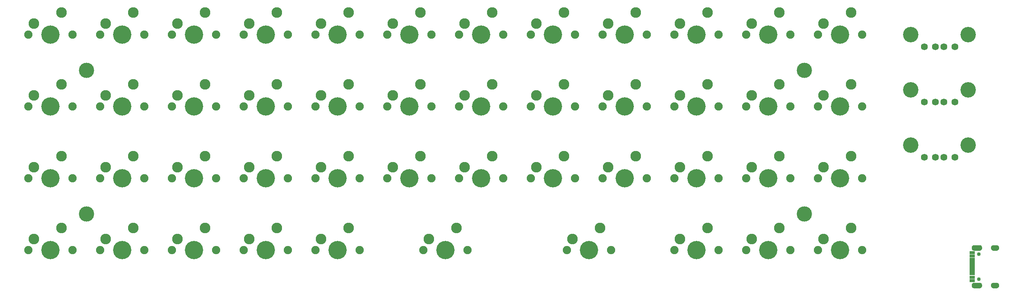
<source format=gts>
G75*
%MOIN*%
%OFA0B0*%
%FSLAX25Y25*%
%IPPOS*%
%LPD*%
%AMOC8*
5,1,8,0,0,1.08239X$1,22.5*
%
%ADD10C,0.16548*%
%ADD11C,0.07493*%
%ADD12C,0.09658*%
%ADD13C,0.13973*%
%ADD14C,0.06233*%
%ADD15R,0.04800X0.01981*%
%ADD16R,0.04800X0.03162*%
%ADD17R,0.04800X0.02965*%
%ADD18C,0.03359*%
%ADD19C,0.00039*%
%ADD20C,0.13800*%
D10*
X0036500Y0036500D03*
X0101500Y0036500D03*
X0166500Y0036500D03*
X0231500Y0036500D03*
X0296500Y0036500D03*
X0394000Y0036500D03*
X0524000Y0036500D03*
X0621500Y0036500D03*
X0686500Y0036500D03*
X0751500Y0036500D03*
X0751500Y0101500D03*
X0686500Y0101500D03*
X0621500Y0101500D03*
X0556500Y0101500D03*
X0491500Y0101500D03*
X0426500Y0101500D03*
X0361500Y0101500D03*
X0296500Y0101500D03*
X0231500Y0101500D03*
X0166500Y0101500D03*
X0101500Y0101500D03*
X0036500Y0101500D03*
X0036500Y0166500D03*
X0101500Y0166500D03*
X0166500Y0166500D03*
X0231500Y0166500D03*
X0296500Y0166500D03*
X0361500Y0166500D03*
X0426500Y0166500D03*
X0491500Y0166500D03*
X0556500Y0166500D03*
X0621500Y0166500D03*
X0686500Y0166500D03*
X0751500Y0166500D03*
X0751500Y0231500D03*
X0686500Y0231500D03*
X0621500Y0231500D03*
X0556500Y0231500D03*
X0491500Y0231500D03*
X0426500Y0231500D03*
X0361500Y0231500D03*
X0296500Y0231500D03*
X0231500Y0231500D03*
X0166500Y0231500D03*
X0101500Y0231500D03*
X0036500Y0231500D03*
D11*
X0016500Y0036500D03*
X0056500Y0036500D03*
X0081500Y0036500D03*
X0121500Y0036500D03*
X0146500Y0036500D03*
X0186500Y0036500D03*
X0211500Y0036500D03*
X0251500Y0036500D03*
X0276500Y0036500D03*
X0316500Y0036500D03*
X0374000Y0036500D03*
X0414000Y0036500D03*
X0504000Y0036500D03*
X0544000Y0036500D03*
X0601500Y0036500D03*
X0641500Y0036500D03*
X0666500Y0036500D03*
X0706500Y0036500D03*
X0731500Y0036500D03*
X0771500Y0036500D03*
X0771500Y0101500D03*
X0731500Y0101500D03*
X0706500Y0101500D03*
X0666500Y0101500D03*
X0641500Y0101500D03*
X0601500Y0101500D03*
X0576500Y0101500D03*
X0536500Y0101500D03*
X0511500Y0101500D03*
X0471500Y0101500D03*
X0446500Y0101500D03*
X0406500Y0101500D03*
X0381500Y0101500D03*
X0341500Y0101500D03*
X0316500Y0101500D03*
X0276500Y0101500D03*
X0251500Y0101500D03*
X0211500Y0101500D03*
X0186500Y0101500D03*
X0146500Y0101500D03*
X0121500Y0101500D03*
X0081500Y0101500D03*
X0056500Y0101500D03*
X0016500Y0101500D03*
X0016500Y0166500D03*
X0056500Y0166500D03*
X0081500Y0166500D03*
X0121500Y0166500D03*
X0146500Y0166500D03*
X0186500Y0166500D03*
X0211500Y0166500D03*
X0251500Y0166500D03*
X0276500Y0166500D03*
X0316500Y0166500D03*
X0341500Y0166500D03*
X0381500Y0166500D03*
X0406500Y0166500D03*
X0446500Y0166500D03*
X0471500Y0166500D03*
X0511500Y0166500D03*
X0536500Y0166500D03*
X0576500Y0166500D03*
X0601500Y0166500D03*
X0641500Y0166500D03*
X0666500Y0166500D03*
X0706500Y0166500D03*
X0731500Y0166500D03*
X0771500Y0166500D03*
X0771500Y0231500D03*
X0731500Y0231500D03*
X0706500Y0231500D03*
X0666500Y0231500D03*
X0641500Y0231500D03*
X0601500Y0231500D03*
X0576500Y0231500D03*
X0536500Y0231500D03*
X0511500Y0231500D03*
X0471500Y0231500D03*
X0446500Y0231500D03*
X0406500Y0231500D03*
X0381500Y0231500D03*
X0341500Y0231500D03*
X0316500Y0231500D03*
X0276500Y0231500D03*
X0251500Y0231500D03*
X0211500Y0231500D03*
X0186500Y0231500D03*
X0146500Y0231500D03*
X0121500Y0231500D03*
X0081500Y0231500D03*
X0056500Y0231500D03*
X0016500Y0231500D03*
D12*
X0021500Y0241500D03*
X0046500Y0251500D03*
X0086500Y0241500D03*
X0111500Y0251500D03*
X0151500Y0241500D03*
X0176500Y0251500D03*
X0216500Y0241500D03*
X0241500Y0251500D03*
X0281500Y0241500D03*
X0306500Y0251500D03*
X0346500Y0241500D03*
X0371500Y0251500D03*
X0411500Y0241500D03*
X0436500Y0251500D03*
X0476500Y0241500D03*
X0501500Y0251500D03*
X0541500Y0241500D03*
X0566500Y0251500D03*
X0606500Y0241500D03*
X0631500Y0251500D03*
X0671500Y0241500D03*
X0696500Y0251500D03*
X0736500Y0241500D03*
X0761500Y0251500D03*
X0761500Y0186500D03*
X0736500Y0176500D03*
X0696500Y0186500D03*
X0671500Y0176500D03*
X0631500Y0186500D03*
X0606500Y0176500D03*
X0566500Y0186500D03*
X0541500Y0176500D03*
X0501500Y0186500D03*
X0476500Y0176500D03*
X0436500Y0186500D03*
X0411500Y0176500D03*
X0371500Y0186500D03*
X0346500Y0176500D03*
X0306500Y0186500D03*
X0281500Y0176500D03*
X0241500Y0186500D03*
X0216500Y0176500D03*
X0176500Y0186500D03*
X0151500Y0176500D03*
X0111500Y0186500D03*
X0086500Y0176500D03*
X0046500Y0186500D03*
X0021500Y0176500D03*
X0046500Y0121500D03*
X0021500Y0111500D03*
X0086500Y0111500D03*
X0111500Y0121500D03*
X0151500Y0111500D03*
X0176500Y0121500D03*
X0216500Y0111500D03*
X0241500Y0121500D03*
X0281500Y0111500D03*
X0306500Y0121500D03*
X0346500Y0111500D03*
X0371500Y0121500D03*
X0411500Y0111500D03*
X0436500Y0121500D03*
X0476500Y0111500D03*
X0501500Y0121500D03*
X0541500Y0111500D03*
X0566500Y0121500D03*
X0606500Y0111500D03*
X0631500Y0121500D03*
X0671500Y0111500D03*
X0696500Y0121500D03*
X0736500Y0111500D03*
X0761500Y0121500D03*
X0761500Y0056500D03*
X0736500Y0046500D03*
X0696500Y0056500D03*
X0671500Y0046500D03*
X0631500Y0056500D03*
X0606500Y0046500D03*
X0534000Y0056500D03*
X0509000Y0046500D03*
X0404000Y0056500D03*
X0379000Y0046500D03*
X0306500Y0056500D03*
X0281500Y0046500D03*
X0241500Y0056500D03*
X0216500Y0046500D03*
X0176500Y0056500D03*
X0151500Y0046500D03*
X0111500Y0056500D03*
X0086500Y0046500D03*
X0046500Y0056500D03*
X0021500Y0046500D03*
D13*
X0815516Y0131500D03*
X0867484Y0131500D03*
X0867484Y0181500D03*
X0815516Y0181500D03*
X0815516Y0231500D03*
X0867484Y0231500D03*
D14*
X0855280Y0220476D03*
X0845437Y0220476D03*
X0837563Y0220476D03*
X0827720Y0220476D03*
X0827720Y0170476D03*
X0837563Y0170476D03*
X0845437Y0170476D03*
X0855280Y0170476D03*
X0855280Y0120476D03*
X0845437Y0120476D03*
X0837563Y0120476D03*
X0827720Y0120476D03*
D15*
X0870894Y0028390D03*
X0870894Y0026421D03*
X0870894Y0024453D03*
X0870894Y0022484D03*
X0870894Y0020516D03*
X0870894Y0018547D03*
X0870894Y0016579D03*
X0870894Y0014610D03*
D16*
X0870894Y0008803D03*
X0870894Y0034197D03*
D17*
X0870894Y0031146D03*
X0870894Y0011854D03*
D18*
X0877189Y0010122D03*
X0877189Y0032878D03*
D19*
X0877484Y0036146D02*
X0872760Y0036146D01*
X0872318Y0036207D01*
X0871897Y0036353D01*
X0871512Y0036578D01*
X0871178Y0036874D01*
X0870909Y0037230D01*
X0870714Y0037631D01*
X0870601Y0038063D01*
X0870575Y0038508D01*
X0870601Y0038953D01*
X0870714Y0039385D01*
X0870909Y0039786D01*
X0871178Y0040142D01*
X0871512Y0040438D01*
X0871897Y0040663D01*
X0872318Y0040809D01*
X0872760Y0040870D01*
X0877484Y0040870D01*
X0877983Y0040789D01*
X0878451Y0040600D01*
X0878866Y0040311D01*
X0879206Y0039937D01*
X0879454Y0039497D01*
X0879598Y0039012D01*
X0879630Y0038508D01*
X0879598Y0038004D01*
X0879454Y0037519D01*
X0879206Y0037079D01*
X0878866Y0036705D01*
X0878451Y0036416D01*
X0877983Y0036226D01*
X0877484Y0036146D01*
X0877582Y0036161D02*
X0872645Y0036161D01*
X0872371Y0036199D02*
X0877817Y0036199D01*
X0878010Y0036237D02*
X0872230Y0036237D01*
X0872120Y0036275D02*
X0878104Y0036275D01*
X0878197Y0036313D02*
X0872011Y0036313D01*
X0871902Y0036351D02*
X0878291Y0036351D01*
X0878385Y0036389D02*
X0871835Y0036389D01*
X0871770Y0036427D02*
X0878467Y0036427D01*
X0878521Y0036465D02*
X0871705Y0036465D01*
X0871641Y0036502D02*
X0878576Y0036502D01*
X0878630Y0036540D02*
X0871576Y0036540D01*
X0871511Y0036578D02*
X0878684Y0036578D01*
X0878739Y0036616D02*
X0871469Y0036616D01*
X0871426Y0036654D02*
X0878793Y0036654D01*
X0878847Y0036692D02*
X0871384Y0036692D01*
X0871341Y0036730D02*
X0878888Y0036730D01*
X0878923Y0036768D02*
X0871298Y0036768D01*
X0871256Y0036805D02*
X0878957Y0036805D01*
X0878992Y0036843D02*
X0871213Y0036843D01*
X0871173Y0036881D02*
X0879026Y0036881D01*
X0879060Y0036919D02*
X0871144Y0036919D01*
X0871115Y0036957D02*
X0879095Y0036957D01*
X0879129Y0036995D02*
X0871087Y0036995D01*
X0871058Y0037033D02*
X0879164Y0037033D01*
X0879198Y0037071D02*
X0871029Y0037071D01*
X0871001Y0037109D02*
X0879222Y0037109D01*
X0879244Y0037146D02*
X0870972Y0037146D01*
X0870943Y0037184D02*
X0879265Y0037184D01*
X0879286Y0037222D02*
X0870915Y0037222D01*
X0870894Y0037260D02*
X0879308Y0037260D01*
X0879329Y0037298D02*
X0870876Y0037298D01*
X0870857Y0037336D02*
X0879350Y0037336D01*
X0879372Y0037374D02*
X0870839Y0037374D01*
X0870821Y0037412D02*
X0879393Y0037412D01*
X0879414Y0037449D02*
X0870802Y0037449D01*
X0870784Y0037487D02*
X0879436Y0037487D01*
X0879455Y0037525D02*
X0870765Y0037525D01*
X0870747Y0037563D02*
X0879467Y0037563D01*
X0879478Y0037601D02*
X0870729Y0037601D01*
X0870712Y0037639D02*
X0879489Y0037639D01*
X0879500Y0037677D02*
X0870702Y0037677D01*
X0870692Y0037715D02*
X0879512Y0037715D01*
X0879523Y0037752D02*
X0870682Y0037752D01*
X0870672Y0037790D02*
X0879534Y0037790D01*
X0879545Y0037828D02*
X0870662Y0037828D01*
X0870653Y0037866D02*
X0879557Y0037866D01*
X0879568Y0037904D02*
X0870643Y0037904D01*
X0870633Y0037942D02*
X0879579Y0037942D01*
X0879590Y0037980D02*
X0870623Y0037980D01*
X0870613Y0038018D02*
X0879598Y0038018D01*
X0879601Y0038056D02*
X0870603Y0038056D01*
X0870599Y0038093D02*
X0879603Y0038093D01*
X0879606Y0038131D02*
X0870597Y0038131D01*
X0870595Y0038169D02*
X0879608Y0038169D01*
X0879611Y0038207D02*
X0870593Y0038207D01*
X0870590Y0038245D02*
X0879613Y0038245D01*
X0879615Y0038283D02*
X0870588Y0038283D01*
X0870586Y0038321D02*
X0879618Y0038321D01*
X0879620Y0038359D02*
X0870584Y0038359D01*
X0870581Y0038396D02*
X0879623Y0038396D01*
X0879625Y0038434D02*
X0870579Y0038434D01*
X0870577Y0038472D02*
X0879628Y0038472D01*
X0879630Y0038510D02*
X0870575Y0038510D01*
X0870577Y0038548D02*
X0879627Y0038548D01*
X0879625Y0038586D02*
X0870579Y0038586D01*
X0870582Y0038624D02*
X0879622Y0038624D01*
X0879620Y0038662D02*
X0870584Y0038662D01*
X0870586Y0038700D02*
X0879618Y0038700D01*
X0879615Y0038737D02*
X0870588Y0038737D01*
X0870591Y0038775D02*
X0879613Y0038775D01*
X0879610Y0038813D02*
X0870593Y0038813D01*
X0870595Y0038851D02*
X0879608Y0038851D01*
X0879605Y0038889D02*
X0870597Y0038889D01*
X0870600Y0038927D02*
X0879603Y0038927D01*
X0879601Y0038965D02*
X0870604Y0038965D01*
X0870614Y0039003D02*
X0879598Y0039003D01*
X0879589Y0039040D02*
X0870624Y0039040D01*
X0870634Y0039078D02*
X0879578Y0039078D01*
X0879567Y0039116D02*
X0870644Y0039116D01*
X0870654Y0039154D02*
X0879555Y0039154D01*
X0879544Y0039192D02*
X0870664Y0039192D01*
X0870674Y0039230D02*
X0879533Y0039230D01*
X0879522Y0039268D02*
X0870683Y0039268D01*
X0870693Y0039306D02*
X0879510Y0039306D01*
X0879499Y0039344D02*
X0870703Y0039344D01*
X0870713Y0039381D02*
X0879488Y0039381D01*
X0879477Y0039419D02*
X0870731Y0039419D01*
X0870749Y0039457D02*
X0879465Y0039457D01*
X0879454Y0039495D02*
X0870768Y0039495D01*
X0870786Y0039533D02*
X0879433Y0039533D01*
X0879412Y0039571D02*
X0870804Y0039571D01*
X0870823Y0039609D02*
X0879391Y0039609D01*
X0879369Y0039647D02*
X0870841Y0039647D01*
X0870859Y0039684D02*
X0879348Y0039684D01*
X0879326Y0039722D02*
X0870878Y0039722D01*
X0870896Y0039760D02*
X0879305Y0039760D01*
X0879284Y0039798D02*
X0870918Y0039798D01*
X0870947Y0039836D02*
X0879262Y0039836D01*
X0879241Y0039874D02*
X0870975Y0039874D01*
X0871004Y0039912D02*
X0879220Y0039912D01*
X0879194Y0039950D02*
X0871033Y0039950D01*
X0871061Y0039988D02*
X0879160Y0039988D01*
X0879125Y0040025D02*
X0871090Y0040025D01*
X0871119Y0040063D02*
X0879091Y0040063D01*
X0879056Y0040101D02*
X0871148Y0040101D01*
X0871176Y0040139D02*
X0879022Y0040139D01*
X0878988Y0040177D02*
X0871218Y0040177D01*
X0871261Y0040215D02*
X0878953Y0040215D01*
X0878919Y0040253D02*
X0871303Y0040253D01*
X0871346Y0040291D02*
X0878884Y0040291D01*
X0878841Y0040328D02*
X0871389Y0040328D01*
X0871431Y0040366D02*
X0878786Y0040366D01*
X0878732Y0040404D02*
X0871474Y0040404D01*
X0871519Y0040442D02*
X0878678Y0040442D01*
X0878623Y0040480D02*
X0871584Y0040480D01*
X0871648Y0040518D02*
X0878569Y0040518D01*
X0878515Y0040556D02*
X0871713Y0040556D01*
X0871778Y0040594D02*
X0878460Y0040594D01*
X0878373Y0040631D02*
X0871842Y0040631D01*
X0871915Y0040669D02*
X0878280Y0040669D01*
X0878186Y0040707D02*
X0872024Y0040707D01*
X0872133Y0040745D02*
X0878093Y0040745D01*
X0877999Y0040783D02*
X0872243Y0040783D01*
X0872403Y0040821D02*
X0877789Y0040821D01*
X0877554Y0040859D02*
X0872678Y0040859D01*
X0888063Y0038970D02*
X0888200Y0039415D01*
X0888421Y0039824D01*
X0888717Y0040182D01*
X0889078Y0040476D01*
X0889489Y0040693D01*
X0889935Y0040826D01*
X0890398Y0040870D01*
X0892760Y0040870D01*
X0893219Y0040823D01*
X0893659Y0040687D01*
X0894065Y0040468D01*
X0894420Y0040174D01*
X0894711Y0039816D01*
X0894927Y0039409D01*
X0895059Y0038967D01*
X0895102Y0038508D01*
X0895046Y0037984D01*
X0894874Y0037486D01*
X0894595Y0037039D01*
X0894224Y0036665D01*
X0893780Y0036383D01*
X0893283Y0036207D01*
X0892760Y0036146D01*
X0890398Y0036146D01*
X0889870Y0036203D01*
X0889367Y0036376D01*
X0888917Y0036657D01*
X0888539Y0037031D01*
X0888255Y0037480D01*
X0888077Y0037980D01*
X0888016Y0038508D01*
X0888063Y0038970D01*
X0888063Y0038965D02*
X0895059Y0038965D01*
X0895063Y0038927D02*
X0888059Y0038927D01*
X0888055Y0038889D02*
X0895066Y0038889D01*
X0895070Y0038851D02*
X0888051Y0038851D01*
X0888047Y0038813D02*
X0895074Y0038813D01*
X0895077Y0038775D02*
X0888043Y0038775D01*
X0888039Y0038737D02*
X0895081Y0038737D01*
X0895084Y0038700D02*
X0888035Y0038700D01*
X0888032Y0038662D02*
X0895088Y0038662D01*
X0895091Y0038624D02*
X0888028Y0038624D01*
X0888024Y0038586D02*
X0895095Y0038586D01*
X0895099Y0038548D02*
X0888020Y0038548D01*
X0888016Y0038510D02*
X0895102Y0038510D01*
X0895098Y0038472D02*
X0888020Y0038472D01*
X0888024Y0038434D02*
X0895094Y0038434D01*
X0895090Y0038396D02*
X0888029Y0038396D01*
X0888033Y0038359D02*
X0895086Y0038359D01*
X0895082Y0038321D02*
X0888038Y0038321D01*
X0888042Y0038283D02*
X0895078Y0038283D01*
X0895074Y0038245D02*
X0888046Y0038245D01*
X0888051Y0038207D02*
X0895070Y0038207D01*
X0895066Y0038169D02*
X0888055Y0038169D01*
X0888060Y0038131D02*
X0895062Y0038131D01*
X0895057Y0038093D02*
X0888064Y0038093D01*
X0888069Y0038056D02*
X0895053Y0038056D01*
X0895049Y0038018D02*
X0888073Y0038018D01*
X0888078Y0037980D02*
X0895044Y0037980D01*
X0895031Y0037942D02*
X0888091Y0037942D01*
X0888104Y0037904D02*
X0895018Y0037904D01*
X0895005Y0037866D02*
X0888118Y0037866D01*
X0888131Y0037828D02*
X0894992Y0037828D01*
X0894979Y0037790D02*
X0888145Y0037790D01*
X0888158Y0037752D02*
X0894966Y0037752D01*
X0894953Y0037715D02*
X0888172Y0037715D01*
X0888185Y0037677D02*
X0894939Y0037677D01*
X0894926Y0037639D02*
X0888198Y0037639D01*
X0888212Y0037601D02*
X0894913Y0037601D01*
X0894900Y0037563D02*
X0888225Y0037563D01*
X0888239Y0037525D02*
X0894887Y0037525D01*
X0894874Y0037487D02*
X0888252Y0037487D01*
X0888274Y0037449D02*
X0894851Y0037449D01*
X0894827Y0037412D02*
X0888298Y0037412D01*
X0888322Y0037374D02*
X0894804Y0037374D01*
X0894780Y0037336D02*
X0888346Y0037336D01*
X0888370Y0037298D02*
X0894756Y0037298D01*
X0894733Y0037260D02*
X0888394Y0037260D01*
X0888418Y0037222D02*
X0894709Y0037222D01*
X0894686Y0037184D02*
X0888442Y0037184D01*
X0888466Y0037146D02*
X0894662Y0037146D01*
X0894639Y0037109D02*
X0888490Y0037109D01*
X0888514Y0037071D02*
X0894615Y0037071D01*
X0894589Y0037033D02*
X0888538Y0037033D01*
X0888576Y0036995D02*
X0894551Y0036995D01*
X0894514Y0036957D02*
X0888614Y0036957D01*
X0888652Y0036919D02*
X0894476Y0036919D01*
X0894439Y0036881D02*
X0888691Y0036881D01*
X0888729Y0036843D02*
X0894401Y0036843D01*
X0894364Y0036805D02*
X0888767Y0036805D01*
X0888805Y0036768D02*
X0894326Y0036768D01*
X0894289Y0036730D02*
X0888843Y0036730D01*
X0888881Y0036692D02*
X0894251Y0036692D01*
X0894207Y0036654D02*
X0888922Y0036654D01*
X0888982Y0036616D02*
X0894147Y0036616D01*
X0894087Y0036578D02*
X0889043Y0036578D01*
X0889104Y0036540D02*
X0894028Y0036540D01*
X0893968Y0036502D02*
X0889165Y0036502D01*
X0889226Y0036465D02*
X0893908Y0036465D01*
X0893849Y0036427D02*
X0889287Y0036427D01*
X0889347Y0036389D02*
X0893789Y0036389D01*
X0893689Y0036351D02*
X0889441Y0036351D01*
X0889551Y0036313D02*
X0893582Y0036313D01*
X0893476Y0036275D02*
X0889661Y0036275D01*
X0889770Y0036237D02*
X0893369Y0036237D01*
X0893219Y0036199D02*
X0889903Y0036199D01*
X0890252Y0036161D02*
X0892895Y0036161D01*
X0895048Y0039003D02*
X0888073Y0039003D01*
X0888085Y0039040D02*
X0895037Y0039040D01*
X0895026Y0039078D02*
X0888096Y0039078D01*
X0888108Y0039116D02*
X0895014Y0039116D01*
X0895003Y0039154D02*
X0888120Y0039154D01*
X0888131Y0039192D02*
X0894992Y0039192D01*
X0894981Y0039230D02*
X0888143Y0039230D01*
X0888155Y0039268D02*
X0894969Y0039268D01*
X0894958Y0039306D02*
X0888166Y0039306D01*
X0888178Y0039344D02*
X0894947Y0039344D01*
X0894935Y0039381D02*
X0888190Y0039381D01*
X0888202Y0039419D02*
X0894922Y0039419D01*
X0894901Y0039457D02*
X0888223Y0039457D01*
X0888243Y0039495D02*
X0894881Y0039495D01*
X0894861Y0039533D02*
X0888264Y0039533D01*
X0888284Y0039571D02*
X0894841Y0039571D01*
X0894821Y0039609D02*
X0888305Y0039609D01*
X0888325Y0039647D02*
X0894801Y0039647D01*
X0894781Y0039684D02*
X0888346Y0039684D01*
X0888366Y0039722D02*
X0894761Y0039722D01*
X0894741Y0039760D02*
X0888387Y0039760D01*
X0888407Y0039798D02*
X0894721Y0039798D01*
X0894695Y0039836D02*
X0888431Y0039836D01*
X0888462Y0039874D02*
X0894665Y0039874D01*
X0894634Y0039912D02*
X0888494Y0039912D01*
X0888525Y0039950D02*
X0894603Y0039950D01*
X0894572Y0039988D02*
X0888556Y0039988D01*
X0888588Y0040025D02*
X0894541Y0040025D01*
X0894511Y0040063D02*
X0888619Y0040063D01*
X0888650Y0040101D02*
X0894480Y0040101D01*
X0894449Y0040139D02*
X0888682Y0040139D01*
X0888713Y0040177D02*
X0894417Y0040177D01*
X0894371Y0040215D02*
X0888757Y0040215D01*
X0888804Y0040253D02*
X0894325Y0040253D01*
X0894280Y0040291D02*
X0888851Y0040291D01*
X0888897Y0040328D02*
X0894234Y0040328D01*
X0894188Y0040366D02*
X0888944Y0040366D01*
X0888990Y0040404D02*
X0894142Y0040404D01*
X0894097Y0040442D02*
X0889037Y0040442D01*
X0889086Y0040480D02*
X0894043Y0040480D01*
X0893973Y0040518D02*
X0889158Y0040518D01*
X0889229Y0040556D02*
X0893903Y0040556D01*
X0893833Y0040594D02*
X0889301Y0040594D01*
X0889372Y0040631D02*
X0893763Y0040631D01*
X0893692Y0040669D02*
X0889444Y0040669D01*
X0889536Y0040707D02*
X0893594Y0040707D01*
X0893471Y0040745D02*
X0889663Y0040745D01*
X0889789Y0040783D02*
X0893348Y0040783D01*
X0893225Y0040821D02*
X0889916Y0040821D01*
X0890278Y0040859D02*
X0892870Y0040859D01*
X0892760Y0006854D02*
X0893219Y0006807D01*
X0893659Y0006672D01*
X0894065Y0006452D01*
X0894420Y0006158D01*
X0894711Y0005801D01*
X0894927Y0005393D01*
X0895059Y0004951D01*
X0895102Y0004492D01*
X0895046Y0003968D01*
X0894874Y0003470D01*
X0894595Y0003023D01*
X0894224Y0002649D01*
X0893780Y0002367D01*
X0893283Y0002191D01*
X0892760Y0002130D01*
X0890398Y0002130D01*
X0889870Y0002187D01*
X0889367Y0002361D01*
X0888917Y0002641D01*
X0888539Y0003015D01*
X0888255Y0003464D01*
X0888077Y0003965D01*
X0888016Y0004492D01*
X0888063Y0004955D01*
X0888200Y0005399D01*
X0888421Y0005808D01*
X0888717Y0006167D01*
X0889078Y0006460D01*
X0889489Y0006678D01*
X0889935Y0006811D01*
X0890398Y0006854D01*
X0892760Y0006854D01*
X0892887Y0006841D02*
X0890259Y0006841D01*
X0889910Y0006803D02*
X0893231Y0006803D01*
X0893354Y0006766D02*
X0889784Y0006766D01*
X0889657Y0006728D02*
X0893477Y0006728D01*
X0893600Y0006690D02*
X0889530Y0006690D01*
X0889441Y0006652D02*
X0893696Y0006652D01*
X0893766Y0006614D02*
X0889369Y0006614D01*
X0889297Y0006576D02*
X0893836Y0006576D01*
X0893906Y0006538D02*
X0889226Y0006538D01*
X0889154Y0006500D02*
X0893976Y0006500D01*
X0894046Y0006462D02*
X0889083Y0006462D01*
X0889035Y0006425D02*
X0894099Y0006425D01*
X0894144Y0006387D02*
X0888988Y0006387D01*
X0888941Y0006349D02*
X0894190Y0006349D01*
X0894236Y0006311D02*
X0888895Y0006311D01*
X0888848Y0006273D02*
X0894282Y0006273D01*
X0894328Y0006235D02*
X0888802Y0006235D01*
X0888755Y0006197D02*
X0894373Y0006197D01*
X0894419Y0006159D02*
X0888712Y0006159D01*
X0888680Y0006122D02*
X0894450Y0006122D01*
X0894481Y0006084D02*
X0888649Y0006084D01*
X0888618Y0006046D02*
X0894512Y0006046D01*
X0894543Y0006008D02*
X0888586Y0006008D01*
X0888555Y0005970D02*
X0894574Y0005970D01*
X0894604Y0005932D02*
X0888523Y0005932D01*
X0888492Y0005894D02*
X0894635Y0005894D01*
X0894666Y0005856D02*
X0888461Y0005856D01*
X0888429Y0005818D02*
X0894697Y0005818D01*
X0894722Y0005781D02*
X0888406Y0005781D01*
X0888386Y0005743D02*
X0894742Y0005743D01*
X0894762Y0005705D02*
X0888365Y0005705D01*
X0888345Y0005667D02*
X0894782Y0005667D01*
X0894802Y0005629D02*
X0888324Y0005629D01*
X0888304Y0005591D02*
X0894822Y0005591D01*
X0894842Y0005553D02*
X0888283Y0005553D01*
X0888263Y0005515D02*
X0894862Y0005515D01*
X0894882Y0005478D02*
X0888242Y0005478D01*
X0888222Y0005440D02*
X0894902Y0005440D01*
X0894922Y0005402D02*
X0888202Y0005402D01*
X0888189Y0005364D02*
X0894936Y0005364D01*
X0894947Y0005326D02*
X0888178Y0005326D01*
X0888166Y0005288D02*
X0894958Y0005288D01*
X0894970Y0005250D02*
X0888154Y0005250D01*
X0888143Y0005212D02*
X0894981Y0005212D01*
X0894992Y0005174D02*
X0888131Y0005174D01*
X0888119Y0005137D02*
X0895004Y0005137D01*
X0895015Y0005099D02*
X0888108Y0005099D01*
X0888096Y0005061D02*
X0895026Y0005061D01*
X0895038Y0005023D02*
X0888084Y0005023D01*
X0888073Y0004985D02*
X0895049Y0004985D01*
X0895059Y0004947D02*
X0888062Y0004947D01*
X0888059Y0004909D02*
X0895063Y0004909D01*
X0895067Y0004871D02*
X0888055Y0004871D01*
X0888051Y0004834D02*
X0895070Y0004834D01*
X0895074Y0004796D02*
X0888047Y0004796D01*
X0888043Y0004758D02*
X0895077Y0004758D01*
X0895081Y0004720D02*
X0888039Y0004720D01*
X0888035Y0004682D02*
X0895084Y0004682D01*
X0895088Y0004644D02*
X0888031Y0004644D01*
X0888027Y0004606D02*
X0895092Y0004606D01*
X0895095Y0004568D02*
X0888024Y0004568D01*
X0888020Y0004531D02*
X0895099Y0004531D01*
X0895102Y0004493D02*
X0888016Y0004493D01*
X0888020Y0004455D02*
X0895098Y0004455D01*
X0895094Y0004417D02*
X0888025Y0004417D01*
X0888029Y0004379D02*
X0895090Y0004379D01*
X0895086Y0004341D02*
X0888033Y0004341D01*
X0888038Y0004303D02*
X0895082Y0004303D01*
X0895078Y0004265D02*
X0888042Y0004265D01*
X0888047Y0004227D02*
X0895074Y0004227D01*
X0895070Y0004190D02*
X0888051Y0004190D01*
X0888056Y0004152D02*
X0895065Y0004152D01*
X0895061Y0004114D02*
X0888060Y0004114D01*
X0888064Y0004076D02*
X0895057Y0004076D01*
X0895053Y0004038D02*
X0888069Y0004038D01*
X0888073Y0004000D02*
X0895049Y0004000D01*
X0895043Y0003962D02*
X0888078Y0003962D01*
X0888092Y0003924D02*
X0895030Y0003924D01*
X0895017Y0003887D02*
X0888105Y0003887D01*
X0888119Y0003849D02*
X0895004Y0003849D01*
X0894991Y0003811D02*
X0888132Y0003811D01*
X0888145Y0003773D02*
X0894978Y0003773D01*
X0894965Y0003735D02*
X0888159Y0003735D01*
X0888172Y0003697D02*
X0894952Y0003697D01*
X0894939Y0003659D02*
X0888186Y0003659D01*
X0888199Y0003621D02*
X0894926Y0003621D01*
X0894913Y0003583D02*
X0888213Y0003583D01*
X0888226Y0003546D02*
X0894900Y0003546D01*
X0894887Y0003508D02*
X0888239Y0003508D01*
X0888253Y0003470D02*
X0894873Y0003470D01*
X0894850Y0003432D02*
X0888275Y0003432D01*
X0888299Y0003394D02*
X0894826Y0003394D01*
X0894803Y0003356D02*
X0888323Y0003356D01*
X0888347Y0003318D02*
X0894779Y0003318D01*
X0894755Y0003280D02*
X0888371Y0003280D01*
X0888395Y0003243D02*
X0894732Y0003243D01*
X0894708Y0003205D02*
X0888419Y0003205D01*
X0888443Y0003167D02*
X0894685Y0003167D01*
X0894661Y0003129D02*
X0888467Y0003129D01*
X0888491Y0003091D02*
X0894637Y0003091D01*
X0894614Y0003053D02*
X0888515Y0003053D01*
X0888539Y0003015D02*
X0894587Y0003015D01*
X0894550Y0002977D02*
X0888578Y0002977D01*
X0888616Y0002939D02*
X0894512Y0002939D01*
X0894475Y0002902D02*
X0888654Y0002902D01*
X0888692Y0002864D02*
X0894437Y0002864D01*
X0894399Y0002826D02*
X0888730Y0002826D01*
X0888769Y0002788D02*
X0894362Y0002788D01*
X0894324Y0002750D02*
X0888807Y0002750D01*
X0888845Y0002712D02*
X0894287Y0002712D01*
X0894249Y0002674D02*
X0888883Y0002674D01*
X0888924Y0002636D02*
X0894204Y0002636D01*
X0894144Y0002599D02*
X0888985Y0002599D01*
X0889046Y0002561D02*
X0894085Y0002561D01*
X0894025Y0002523D02*
X0889107Y0002523D01*
X0889168Y0002485D02*
X0893965Y0002485D01*
X0893905Y0002447D02*
X0889229Y0002447D01*
X0889289Y0002409D02*
X0893846Y0002409D01*
X0893786Y0002371D02*
X0889350Y0002371D01*
X0889446Y0002333D02*
X0893684Y0002333D01*
X0893577Y0002296D02*
X0889556Y0002296D01*
X0889666Y0002258D02*
X0893471Y0002258D01*
X0893364Y0002220D02*
X0889775Y0002220D01*
X0889919Y0002182D02*
X0893204Y0002182D01*
X0892880Y0002144D02*
X0890268Y0002144D01*
X0879598Y0003988D02*
X0879454Y0003503D01*
X0879206Y0003063D01*
X0878866Y0002689D01*
X0878451Y0002400D01*
X0877983Y0002211D01*
X0877484Y0002130D01*
X0872760Y0002130D01*
X0872318Y0002191D01*
X0871897Y0002337D01*
X0871512Y0002562D01*
X0871178Y0002858D01*
X0870909Y0003214D01*
X0870714Y0003615D01*
X0870601Y0004047D01*
X0870575Y0004492D01*
X0870601Y0004937D01*
X0870714Y0005369D01*
X0870909Y0005770D01*
X0871178Y0006126D01*
X0871512Y0006422D01*
X0871897Y0006647D01*
X0872318Y0006793D01*
X0872760Y0006854D01*
X0877484Y0006854D01*
X0877983Y0006774D01*
X0878451Y0006584D01*
X0878866Y0006295D01*
X0879206Y0005921D01*
X0879454Y0005481D01*
X0879598Y0004996D01*
X0879630Y0004492D01*
X0879598Y0003988D01*
X0879598Y0004000D02*
X0870613Y0004000D01*
X0870623Y0003962D02*
X0879590Y0003962D01*
X0879579Y0003924D02*
X0870633Y0003924D01*
X0870643Y0003887D02*
X0879567Y0003887D01*
X0879556Y0003849D02*
X0870653Y0003849D01*
X0870663Y0003811D02*
X0879545Y0003811D01*
X0879534Y0003773D02*
X0870673Y0003773D01*
X0870683Y0003735D02*
X0879522Y0003735D01*
X0879511Y0003697D02*
X0870693Y0003697D01*
X0870702Y0003659D02*
X0879500Y0003659D01*
X0879489Y0003621D02*
X0870712Y0003621D01*
X0870729Y0003583D02*
X0879477Y0003583D01*
X0879466Y0003546D02*
X0870748Y0003546D01*
X0870766Y0003508D02*
X0879455Y0003508D01*
X0879435Y0003470D02*
X0870785Y0003470D01*
X0870803Y0003432D02*
X0879413Y0003432D01*
X0879392Y0003394D02*
X0870821Y0003394D01*
X0870840Y0003356D02*
X0879371Y0003356D01*
X0879349Y0003318D02*
X0870858Y0003318D01*
X0870877Y0003280D02*
X0879328Y0003280D01*
X0879307Y0003243D02*
X0870895Y0003243D01*
X0870916Y0003205D02*
X0879285Y0003205D01*
X0879264Y0003167D02*
X0870945Y0003167D01*
X0870973Y0003129D02*
X0879243Y0003129D01*
X0879221Y0003091D02*
X0871002Y0003091D01*
X0871031Y0003053D02*
X0879197Y0003053D01*
X0879162Y0003015D02*
X0871059Y0003015D01*
X0871088Y0002977D02*
X0879128Y0002977D01*
X0879093Y0002939D02*
X0871117Y0002939D01*
X0871145Y0002902D02*
X0879059Y0002902D01*
X0879025Y0002864D02*
X0871174Y0002864D01*
X0871215Y0002826D02*
X0878990Y0002826D01*
X0878956Y0002788D02*
X0871258Y0002788D01*
X0871300Y0002750D02*
X0878921Y0002750D01*
X0878887Y0002712D02*
X0871343Y0002712D01*
X0871385Y0002674D02*
X0878845Y0002674D01*
X0878790Y0002636D02*
X0871428Y0002636D01*
X0871471Y0002599D02*
X0878736Y0002599D01*
X0878682Y0002561D02*
X0871514Y0002561D01*
X0871579Y0002523D02*
X0878627Y0002523D01*
X0878573Y0002485D02*
X0871644Y0002485D01*
X0871708Y0002447D02*
X0878519Y0002447D01*
X0878464Y0002409D02*
X0871773Y0002409D01*
X0871838Y0002371D02*
X0878380Y0002371D01*
X0878287Y0002333D02*
X0871907Y0002333D01*
X0872016Y0002296D02*
X0878193Y0002296D01*
X0878099Y0002258D02*
X0872125Y0002258D01*
X0872235Y0002220D02*
X0878006Y0002220D01*
X0877806Y0002182D02*
X0872383Y0002182D01*
X0872658Y0002144D02*
X0877571Y0002144D01*
X0879601Y0004038D02*
X0870604Y0004038D01*
X0870599Y0004076D02*
X0879603Y0004076D01*
X0879606Y0004114D02*
X0870597Y0004114D01*
X0870595Y0004152D02*
X0879608Y0004152D01*
X0879610Y0004190D02*
X0870593Y0004190D01*
X0870591Y0004227D02*
X0879613Y0004227D01*
X0879615Y0004265D02*
X0870588Y0004265D01*
X0870586Y0004303D02*
X0879618Y0004303D01*
X0879620Y0004341D02*
X0870584Y0004341D01*
X0870582Y0004379D02*
X0879623Y0004379D01*
X0879625Y0004417D02*
X0870579Y0004417D01*
X0870577Y0004455D02*
X0879628Y0004455D01*
X0879630Y0004493D02*
X0870575Y0004493D01*
X0870577Y0004531D02*
X0879627Y0004531D01*
X0879625Y0004568D02*
X0870579Y0004568D01*
X0870582Y0004606D02*
X0879623Y0004606D01*
X0879620Y0004644D02*
X0870584Y0004644D01*
X0870586Y0004682D02*
X0879618Y0004682D01*
X0879615Y0004720D02*
X0870588Y0004720D01*
X0870591Y0004758D02*
X0879613Y0004758D01*
X0879610Y0004796D02*
X0870593Y0004796D01*
X0870595Y0004834D02*
X0879608Y0004834D01*
X0879606Y0004871D02*
X0870597Y0004871D01*
X0870600Y0004909D02*
X0879603Y0004909D01*
X0879601Y0004947D02*
X0870604Y0004947D01*
X0870614Y0004985D02*
X0879598Y0004985D01*
X0879590Y0005023D02*
X0870624Y0005023D01*
X0870633Y0005061D02*
X0879578Y0005061D01*
X0879567Y0005099D02*
X0870643Y0005099D01*
X0870653Y0005137D02*
X0879556Y0005137D01*
X0879545Y0005174D02*
X0870663Y0005174D01*
X0870673Y0005212D02*
X0879533Y0005212D01*
X0879522Y0005250D02*
X0870683Y0005250D01*
X0870693Y0005288D02*
X0879511Y0005288D01*
X0879500Y0005326D02*
X0870703Y0005326D01*
X0870713Y0005364D02*
X0879488Y0005364D01*
X0879477Y0005402D02*
X0870730Y0005402D01*
X0870748Y0005440D02*
X0879466Y0005440D01*
X0879455Y0005478D02*
X0870767Y0005478D01*
X0870785Y0005515D02*
X0879434Y0005515D01*
X0879413Y0005553D02*
X0870803Y0005553D01*
X0870822Y0005591D02*
X0879391Y0005591D01*
X0879370Y0005629D02*
X0870840Y0005629D01*
X0870859Y0005667D02*
X0879349Y0005667D01*
X0879327Y0005705D02*
X0870877Y0005705D01*
X0870895Y0005743D02*
X0879306Y0005743D01*
X0879285Y0005781D02*
X0870917Y0005781D01*
X0870945Y0005818D02*
X0879263Y0005818D01*
X0879242Y0005856D02*
X0870974Y0005856D01*
X0871003Y0005894D02*
X0879221Y0005894D01*
X0879196Y0005932D02*
X0871031Y0005932D01*
X0871060Y0005970D02*
X0879161Y0005970D01*
X0879127Y0006008D02*
X0871089Y0006008D01*
X0871117Y0006046D02*
X0879092Y0006046D01*
X0879058Y0006084D02*
X0871146Y0006084D01*
X0871175Y0006122D02*
X0879024Y0006122D01*
X0878989Y0006159D02*
X0871216Y0006159D01*
X0871259Y0006197D02*
X0878955Y0006197D01*
X0878920Y0006235D02*
X0871301Y0006235D01*
X0871344Y0006273D02*
X0878886Y0006273D01*
X0878843Y0006311D02*
X0871387Y0006311D01*
X0871429Y0006349D02*
X0878789Y0006349D01*
X0878735Y0006387D02*
X0871472Y0006387D01*
X0871516Y0006425D02*
X0878680Y0006425D01*
X0878626Y0006462D02*
X0871581Y0006462D01*
X0871645Y0006500D02*
X0878572Y0006500D01*
X0878517Y0006538D02*
X0871710Y0006538D01*
X0871775Y0006576D02*
X0878463Y0006576D01*
X0878378Y0006614D02*
X0871840Y0006614D01*
X0871909Y0006652D02*
X0878284Y0006652D01*
X0878191Y0006690D02*
X0872019Y0006690D01*
X0872128Y0006728D02*
X0878097Y0006728D01*
X0878003Y0006766D02*
X0872238Y0006766D01*
X0872391Y0006803D02*
X0877799Y0006803D01*
X0877565Y0006841D02*
X0872665Y0006841D01*
D20*
X0719000Y0069000D03*
X0719000Y0199000D03*
X0069000Y0199000D03*
X0069000Y0069000D03*
M02*

</source>
